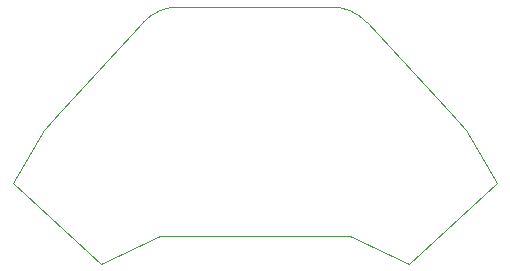
<source format=gm1>
%TF.GenerationSoftware,KiCad,Pcbnew,7.0.2*%
%TF.CreationDate,2023-10-29T21:04:40-05:00*%
%TF.ProjectId,Kraken_CAN,4b72616b-656e-45f4-9341-4e2e6b696361,rev?*%
%TF.SameCoordinates,Original*%
%TF.FileFunction,Profile,NP*%
%FSLAX46Y46*%
G04 Gerber Fmt 4.6, Leading zero omitted, Abs format (unit mm)*
G04 Created by KiCad (PCBNEW 7.0.2) date 2023-10-29 21:04:40*
%MOMM*%
%LPD*%
G01*
G04 APERTURE LIST*
%TA.AperFunction,Profile*%
%ADD10C,0.100000*%
%TD*%
G04 APERTURE END LIST*
D10*
X159764519Y-88900189D02*
X152273780Y-95764184D01*
X155654896Y-82847481D02*
X148712498Y-75308085D01*
X129797135Y-75307914D02*
X122854601Y-82847185D01*
X122854601Y-82847185D02*
X121392101Y-84435393D01*
X152273780Y-95764184D02*
X147302305Y-93429485D01*
X118745000Y-88900000D02*
X121392101Y-84435393D01*
X157117367Y-84435714D02*
X155654896Y-82847481D01*
X137709545Y-74010882D02*
X140800112Y-74010910D01*
X126235676Y-95764064D02*
X131207172Y-93429411D01*
X148712471Y-75308110D02*
G75*
G03*
X145754828Y-74010955I-2957471J-2722890D01*
G01*
X118745000Y-88900000D02*
X126235676Y-95764064D01*
X137709545Y-74010882D02*
X132754828Y-74010837D01*
X145754828Y-74010955D02*
X140800112Y-74010910D01*
X131207172Y-93429411D02*
X147302134Y-93429556D01*
X132754828Y-74010868D02*
G75*
G03*
X129797135Y-75307914I-328J-4020032D01*
G01*
X159764519Y-88900189D02*
X157117459Y-84435558D01*
M02*

</source>
